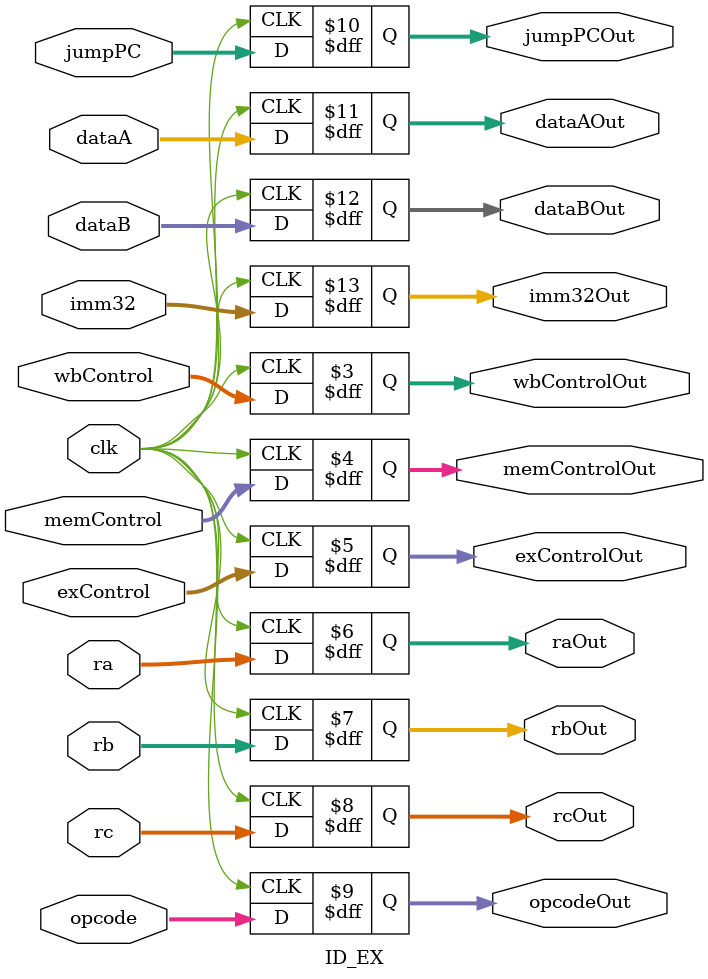
<source format=v>
module ID_EX(clk, wbControl, memControl, exControl, ra, rb, rc, opcode, jumpPC, dataA, dataB, imm32,
wbControlOut, memControlOut, exControlOut, raOut, rbOut, rcOut, opcodeOut, jumpPCOut, dataAOut, dataBOut, imm32Out);

	input clk;
	input [1:0] wbControl;
	input [2:0] memControl;
	input [3:0] exControl;
	input [4:0] ra, rb, rc;
	input [5:0] opcode;
	input [31:0] jumpPC, dataA, dataB, imm32;

	output reg [1:0] wbControlOut;
	output reg [2:0] memControlOut;
	output reg [3:0] exControlOut;
	output reg [4:0] raOut, rbOut, rcOut;
	output reg [5:0] opcodeOut;
	output reg [31:0] jumpPCOut, dataAOut, dataBOut, imm32Out;

	initial begin
		wbControlOut = 0;
		memControlOut = 0;
		exControlOut = 0;
		raOut = 0;
		rbOut = 0;
		rcOut = 0;
		opcodeOut = 0;
		jumpPCOut = 0;
		dataAOut = 0;
		dataBOut = 0;
		imm32Out = 0;
	end

	always@(posedge clk) begin
		wbControlOut <= wbControl;
		memControlOut <= memControl;
		exControlOut <= exControl;
		raOut <= ra;
		rbOut <= rb;
		rcOut <= rc;
		jumpPCOut = jumpPC;
		dataAOut <= dataA;
		dataBOut <= dataB;
		imm32Out <= imm32;
		opcodeOut <= opcode;
	end

endmodule
</source>
